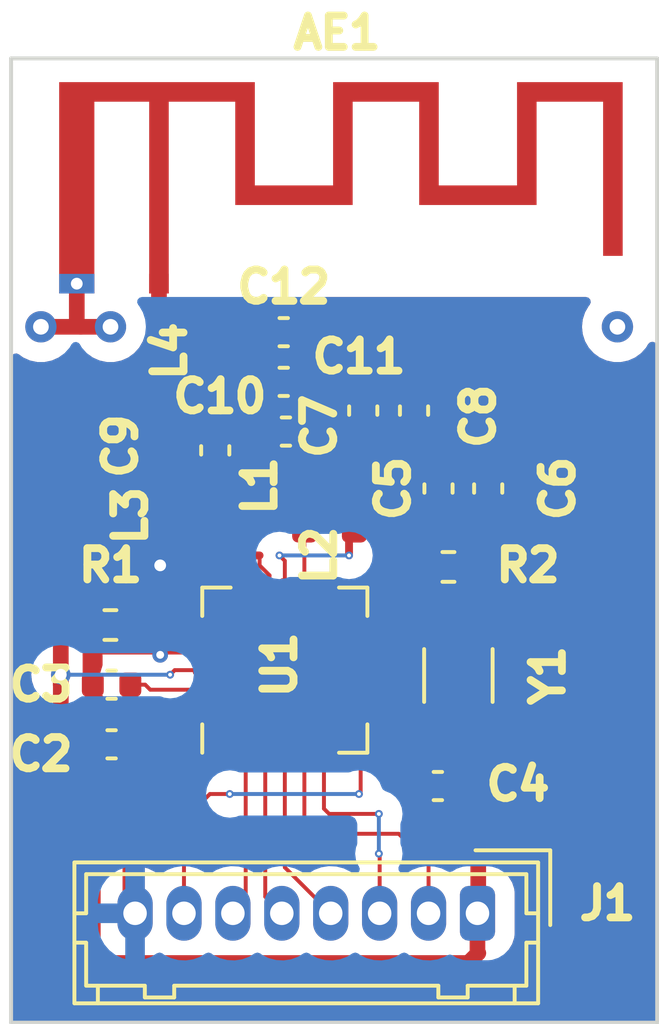
<source format=kicad_pcb>
(kicad_pcb (version 20221018) (generator pcbnew)
  (layers (0 "F.Cu" signal) (31 "B.Cu" signal) (34 "B.Paste" user) (35 "F.Paste" user) (36 "B.SilkS" user "B.Silkscreen") (37 "F.SilkS" user "F.Silkscreen") (38 "B.Mask" user) (39 "F.Mask" user) (44 "Edge.Cuts" user))
  (net 0 "")
  (net 1 "Net-(AE1-A)")
  (net 2 "VDD")
  (net 3 "GND")
  (net 4 "Net-(U1-DVDD)")
  (net 5 "Net-(U1-XC2)")
  (net 6 "Net-(C6-Pad1)")
  (net 7 "Net-(U1-VDD_PA)")
  (net 8 "Net-(C10-Pad1)")
  (net 9 "Net-(C9-Pad2)")
  (net 10 "Net-(J1-Pin_2)")
  (net 11 "Net-(J1-Pin_3)")
  (net 12 "Net-(J1-Pin_4)")
  (net 13 "Net-(J1-Pin_5)")
  (net 14 "Net-(J1-Pin_6)")
  (net 15 "Net-(J1-Pin_7)")
  (net 16 "Net-(U1-ANT1)")
  (net 17 "Net-(U1-ANT2)")
  (net 18 "Net-(U1-IREF)")
  (footprint "Resistor_SMD:R_0402_1005Metric" (layer "F.Cu") (at 124.46 100.878)
    (fp_text reference "R2" (at 2.032 -0.04) (layer "F.SilkS") (effects (font (size 0.8 0.8) (thickness 0.5))))
    (fp_text value "10M")
    (fp_line (start -0.153641 -0.38) (end 0.153641 -0.38) (stroke (width 0.1)) (layer "F.SilkS"))
    (fp_line (start -0.153641 0.38) (end 0.153641 0.38) (stroke (width 0.1)) (layer "F.SilkS"))
    (pad "1" smd roundrect (at -0.51 0) (size 0.54 0.64) (layers "F.Cu" "F.Paste" "F.Mask") (net 5 "Net-(U1-XC2)"))
    (pad "2" smd roundrect (at 0.51 0) (size 0.54 0.64) (layers "F.Cu" "F.Paste" "F.Mask") (net 6 "Net-(C6-Pad1)"))
  )
  (footprint "Capacitor_SMD:C_0402_1005Metric" (layer "F.Cu") (at 120.251 96.149)
    (fp_text reference "C11" (at 1.923 -0.645) (layer "F.SilkS") (effects (font (size 0.8 0.8) (thickness 0.5))))
    (fp_text value "1pF")
    (fp_line (start -0.107836 -0.36) (end 0.107836 -0.36) (stroke (width 0.1)) (layer "F.SilkS"))
    (fp_line (start -0.107836 0.36) (end 0.107836 0.36) (stroke (width 0.1)) (layer "F.SilkS"))
    (pad "1" smd roundrect (at -0.48 0) (size 0.56 0.62) (layers "F.Cu" "F.Paste" "F.Mask") (net 8 "Net-(C10-Pad1)"))
    (pad "2" smd roundrect (at 0.48 0) (size 0.56 0.62) (layers "F.Cu" "F.Paste" "F.Mask") (net 3 "GND"))
  )
  (footprint "Capacitor_SMD:C_0402_1005Metric" (layer "F.Cu") (at 124.206 98.874 90)
    (fp_text reference "C5" (at 0 -1.16 90) (layer "F.SilkS") (effects (font (size 0.8 0.8) (thickness 0.5))))
    (fp_text value "22p")
    (fp_line (start -0.107836 -0.36) (end 0.107836 -0.36) (stroke (width 0.1)) (layer "F.SilkS"))
    (fp_line (start -0.107836 0.36) (end 0.107836 0.36) (stroke (width 0.1)) (layer "F.SilkS"))
    (pad "1" smd roundrect (at -0.48 0 90) (size 0.56 0.62) (layers "F.Cu" "F.Paste" "F.Mask") (net 5 "Net-(U1-XC2)"))
    (pad "2" smd roundrect (at 0.48 0 90) (size 0.56 0.62) (layers "F.Cu" "F.Paste" "F.Mask") (net 3 "GND"))
  )
  (footprint "Capacitor_SMD:C_0402_1005Metric" (layer "F.Cu") (at 122.283 96.883 90)
    (fp_text reference "C7" (at -0.399 -1.125 90) (layer "F.SilkS") (effects (font (size 0.8 0.8) (thickness 0.5))))
    (fp_text value "C_Small")
    (fp_line (start -0.107836 -0.36) (end 0.107836 -0.36) (stroke (width 0.1)) (layer "F.SilkS"))
    (fp_line (start -0.107836 0.36) (end 0.107836 0.36) (stroke (width 0.1)) (layer "F.SilkS"))
    (pad "1" smd roundrect (at -0.48 0 90) (size 0.56 0.62) (layers "F.Cu" "F.Paste" "F.Mask") (net 7 "Net-(U1-VDD_PA)"))
    (pad "2" smd roundrect (at 0.48 0 90) (size 0.56 0.62) (layers "F.Cu" "F.Paste" "F.Mask") (net 3 "GND"))
  )
  (footprint "Crystal:Crystal_SMD_3215-2Pin_3.2x1.5mm" (layer "F.Cu") (at 124.714 103.652 90)
    (fp_text reference "Y1" (at 0 2.286 90) (layer "F.SilkS") (effects (font (size 0.8 0.8) (thickness 0.5))))
    (fp_text value "16MHz")
    (fp_line (start -0.675 -0.875) (end 0.675 -0.875) (stroke (width 0.1)) (layer "F.SilkS"))
    (fp_line (start -0.675 0.875) (end 0.675 0.875) (stroke (width 0.1)) (layer "F.SilkS"))
    (pad "1" smd rect (at 1.25 0 90) (size 1 1.8) (layers "F.Cu" "F.Paste" "F.Mask") (net 5 "Net-(U1-XC2)"))
    (pad "2" smd rect (at -1.25 0 90) (size 1 1.8) (layers "F.Cu" "F.Paste" "F.Mask") (net 6 "Net-(C6-Pad1)"))
  )
  (footprint "Capacitor_SMD:C_0402_1005Metric" (layer "F.Cu") (at 120.307 97.419)
    (fp_text reference "C10" (at -1.689 -0.899) (layer "F.SilkS") (effects (font (size 0.8 0.8) (thickness 0.5))))
    (fp_text value "1pF")
    (fp_line (start -0.107836 -0.36) (end 0.107836 -0.36) (stroke (width 0.1)) (layer "F.SilkS"))
    (fp_line (start -0.107836 0.36) (end 0.107836 0.36) (stroke (width 0.1)) (layer "F.SilkS"))
    (pad "1" smd roundrect (at -0.48 0) (size 0.56 0.62) (layers "F.Cu" "F.Paste" "F.Mask") (net 8 "Net-(C10-Pad1)"))
    (pad "2" smd roundrect (at 0.48 0) (size 0.56 0.62) (layers "F.Cu" "F.Paste" "F.Mask") (net 3 "GND"))
  )
  (footprint "Capacitor_SMD:C_0402_1005Metric" (layer "F.Cu") (at 125.476 98.874 90)
    (fp_text reference "C6" (at 0 1.778 90) (layer "F.SilkS") (effects (font (size 0.8 0.8) (thickness 0.5))))
    (fp_text value "22p")
    (fp_line (start -0.107836 -0.36) (end 0.107836 -0.36) (stroke (width 0.1)) (layer "F.SilkS"))
    (fp_line (start -0.107836 0.36) (end 0.107836 0.36) (stroke (width 0.1)) (layer "F.SilkS"))
    (pad "1" smd roundrect (at -0.48 0 90) (size 0.56 0.62) (layers "F.Cu" "F.Paste" "F.Mask") (net 6 "Net-(C6-Pad1)"))
    (pad "2" smd roundrect (at 0.48 0 90) (size 0.56 0.62) (layers "F.Cu" "F.Paste" "F.Mask") (net 3 "GND"))
  )
  (footprint "Inductor_SMD:L_0402_1005Metric" (layer "F.Cu") (at 120.787 99.474 90)
    (fp_text reference "L1" (at 0.668 -1.153 90) (layer "F.SilkS") (effects (font (size 0.8 0.8) (thickness 0.5))))
    (fp_text value "8.2nH")
    (pad "1" smd roundrect (at -0.485 0 90) (size 0.59 0.64) (layers "F.Cu" "F.Paste" "F.Mask") (net 16 "Net-(U1-ANT1)"))
    (pad "2" smd roundrect (at 0.485 0 90) (size 0.59 0.64) (layers "F.Cu" "F.Paste" "F.Mask") (net 17 "Net-(U1-ANT2)"))
  )
  (footprint "Capacitor_SMD:C_0402_1005Metric" (layer "F.Cu") (at 124.19 106.476)
    (fp_text reference "C4" (at 2.048 -0.05) (layer "F.SilkS") (effects (font (size 0.8 0.8) (thickness 0.5))))
    (fp_text value "1nF")
    (fp_line (start -0.107836 -0.36) (end 0.107836 -0.36) (stroke (width 0.1)) (layer "F.SilkS"))
    (fp_line (start -0.107836 0.36) (end 0.107836 0.36) (stroke (width 0.1)) (layer "F.SilkS"))
    (pad "1" smd roundrect (at -0.48 0) (size 0.56 0.62) (layers "F.Cu" "F.Paste" "F.Mask") (net 2 "VDD"))
    (pad "2" smd roundrect (at 0.48 0) (size 0.56 0.62) (layers "F.Cu" "F.Paste" "F.Mask") (net 3 "GND"))
  )
  (footprint "RF_Antenna:Texas_SWRA117D_2.4GHz_Right" (layer "F.Cu") (at 117.0625 93.64)
    (fp_text reference "AE1" (at 4.55 -6.41) (layer "F.SilkS") (effects (font (size 0.8 0.8) (thickness 0.5))))
    (fp_text value "Antenna")
    (fp_poly (pts (xy 2.45 -2.51) (xy 4.45 -2.51) (xy 4.45 -5.15) (xy 7.15 -5.15) (xy 7.15 -2.51) (xy 9.15 -2.51) (xy 9.15 -5.15) (xy 11.85 -5.15) (xy 11.85 -0.71) (xy 11.35 -0.71) (xy 11.35 -4.65) (xy 9.65 -4.65) (xy 9.65 -2.01) (xy 6.65 -2.01) (xy 6.65 -4.65) (xy 4.95 -4.65) (xy 4.95 -2.01) (xy 1.95 -2.01) (xy 1.95 -4.65) (xy 0.25 -4.65) (xy 0.25 0.25) (xy -0.25 0.25) (xy -0.25 -4.65) (xy -1.65 -4.65) (xy -1.65 0.25) (xy -2.55 0.25) (xy -2.55 0.006785) (xy -2.247583 0.006785) (xy -2.237742 0.054395) (xy -2.213674 0.096797) (xy -2.175731 0.129581) (xy -2.167819 0.133935) (xy -2.125156 0.146043) (xy -2.076637 0.1453) (xy -2.031122 0.1324) (xy -2.012511 0.121787) (xy -1.978868 0.086553) (xy -1.958309 0.041368) (xy -1.951778 -0.008158) (xy -1.960218 -0.056417) (xy -1.977112 -0.088643) (xy -2.012372 -0.121313) (xy -2.057682 -0.141408) (xy -2.107267 -0.147982) (xy -2.155353 -0.140092) (xy -2.188245 -0.123186) (xy -2.223185 -0.086416) (xy -2.242847 -0.041622) (xy -2.247583 0.006785) (xy -2.55 0.006785) (xy -2.55 -5.15) (xy 2.45 -5.15) (xy 2.45 -2.51)) (fill solid) (layer "F.Cu"))
    (pad "1" connect rect (at 0 0) (size 0.5 0.5) (layers "F.Cu") (net 1 "Net-(AE1-A)"))
    (pad "2" thru_hole rect (at -2.1 0) (size 0.9 0.5) (drill 0.3) (layers "*.Cu"))
  )
  (footprint "Inductor_SMD:L_0402_1005Metric" (layer "F.Cu") (at 118.501 95.364 90)
    (fp_text reference "L4" (at 0 -1.17 90) (layer "F.SilkS") (effects (font (size 0.8 0.8) (thickness 0.5))))
    (fp_text value "3.9nH")
    (pad "1" smd roundrect (at -0.485 0 90) (size 0.59 0.64) (layers "F.Cu" "F.Paste" "F.Mask") (net 8 "Net-(C10-Pad1)"))
    (pad "2" smd roundrect (at 0.485 0 90) (size 0.59 0.64) (layers "F.Cu" "F.Paste" "F.Mask") (net 1 "Net-(AE1-A)"))
  )
  (footprint "Capacitor_SMD:C_0402_1005Metric" (layer "F.Cu") (at 118.501 97.899 -90)
    (fp_text reference "C9" (at -0.109 2.423 90) (layer "F.SilkS") (effects (font (size 0.8 0.8) (thickness 0.5))))
    (fp_text value "1.5pF")
    (fp_line (start -0.107836 -0.36) (end 0.107836 -0.36) (stroke (width 0.1)) (layer "F.SilkS"))
    (fp_line (start -0.107836 0.36) (end 0.107836 0.36) (stroke (width 0.1)) (layer "F.SilkS"))
    (pad "1" smd roundrect (at -0.48 0 270) (size 0.56 0.62) (layers "F.Cu" "F.Paste" "F.Mask") (net 8 "Net-(C10-Pad1)"))
    (pad "2" smd roundrect (at 0.48 0 270) (size 0.56 0.62) (layers "F.Cu" "F.Paste" "F.Mask") (net 9 "Net-(C9-Pad2)"))
  )
  (footprint "Capacitor_SMD:C_0402_1005Metric" (layer "F.Cu") (at 115.852 105.41)
    (fp_text reference "C2" (at -1.806 0.254) (layer "F.SilkS") (effects (font (size 0.8 0.8) (thickness 0.5))))
    (fp_text value "10nF")
    (fp_line (start -0.107836 -0.36) (end 0.107836 -0.36) (stroke (width 0.1)) (layer "F.SilkS"))
    (fp_line (start -0.107836 0.36) (end 0.107836 0.36) (stroke (width 0.1)) (layer "F.SilkS"))
    (pad "1" smd roundrect (at -0.48 0) (size 0.56 0.62) (layers "F.Cu" "F.Paste" "F.Mask") (net 2 "VDD"))
    (pad "2" smd roundrect (at 0.48 0) (size 0.56 0.62) (layers "F.Cu" "F.Paste" "F.Mask") (net 3 "GND"))
  )
  (footprint "Inductor_SMD:L_0402_1005Metric" (layer "F.Cu") (at 122.057 99.474 90)
    (fp_text reference "L2" (at -1.11 -0.899 90) (layer "F.SilkS") (effects (font (size 0.8 0.8) (thickness 0.5))))
    (fp_text value "2.7nH")
    (pad "1" smd roundrect (at -0.485 0 90) (size 0.59 0.64) (layers "F.Cu" "F.Paste" "F.Mask") (net 17 "Net-(U1-ANT2)"))
    (pad "2" smd roundrect (at 0.485 0 90) (size 0.59 0.64) (layers "F.Cu" "F.Paste" "F.Mask") (net 7 "Net-(U1-VDD_PA)"))
  )
  (footprint "Capacitor_SMD:C_0402_1005Metric" (layer "F.Cu") (at 120.251 94.879)
    (fp_text reference "C12" (at 0 -1.16) (layer "F.SilkS") (effects (font (size 0.8 0.8) (thickness 0.5))))
    (fp_text value "1pF")
    (fp_line (start -0.107836 -0.36) (end 0.107836 -0.36) (stroke (width 0.1)) (layer "F.SilkS"))
    (fp_line (start -0.107836 0.36) (end 0.107836 0.36) (stroke (width 0.1)) (layer "F.SilkS"))
    (pad "1" smd roundrect (at -0.48 0) (size 0.56 0.62) (layers "F.Cu" "F.Paste" "F.Mask") (net 1 "Net-(AE1-A)"))
    (pad "2" smd roundrect (at 0.48 0) (size 0.56 0.62) (layers "F.Cu" "F.Paste" "F.Mask") (net 3 "GND"))
  )
  (footprint "Capacitor_SMD:C_0402_1005Metric" (layer "F.Cu") (at 123.581 96.883 90)
    (fp_text reference "C8" (at -0.145 1.641 90) (layer "F.SilkS") (effects (font (size 0.8 0.8) (thickness 0.5))))
    (fp_text value "C_Small")
    (fp_line (start -0.107836 -0.36) (end 0.107836 -0.36) (stroke (width 0.1)) (layer "F.SilkS"))
    (fp_line (start -0.107836 0.36) (end 0.107836 0.36) (stroke (width 0.1)) (layer "F.SilkS"))
    (pad "1" smd roundrect (at -0.48 0 90) (size 0.56 0.62) (layers "F.Cu" "F.Paste" "F.Mask") (net 7 "Net-(U1-VDD_PA)"))
    (pad "2" smd roundrect (at 0.48 0 90) (size 0.56 0.62) (layers "F.Cu" "F.Paste" "F.Mask") (net 3 "GND"))
  )
  (footprint "Inductor_SMD:L_0402_1005Metric" (layer "F.Cu") (at 118.986 99.705 180)
    (fp_text reference "L3" (at 2.654 0.137 90) (layer "F.SilkS") (effects (font (size 0.8 0.8) (thickness 0.5))))
    (fp_text value "3.9nH")
    (pad "1" smd roundrect (at -0.485 0 180) (size 0.59 0.64) (layers "F.Cu" "F.Paste" "F.Mask") (net 16 "Net-(U1-ANT1)"))
    (pad "2" smd roundrect (at 0.485 0 180) (size 0.59 0.64) (layers "F.Cu" "F.Paste" "F.Mask") (net 9 "Net-(C9-Pad2)"))
  )
  (footprint "Package_DFN_QFN:QFN-20-1EP_4x4mm_P0.5mm_EP2.5x2.5mm" (layer "F.Cu") (at 120.279 103.515 90)
    (fp_text reference "U1" (at 0.137 -0.137 90) (layer "F.SilkS") (effects (font (size 0.8 0.8) (thickness 0.5))))
    (fp_text value "NRF24L01")
    (fp_line (start -2.11 2.11) (end -2.11 1.385) (stroke (width 0.1)) (layer "F.SilkS"))
    (fp_line (start -1.385 -2.11) (end -2.11 -2.11) (stroke (width 0.1)) (layer "F.SilkS"))
    (fp_line (start -1.385 2.11) (end -2.11 2.11) (stroke (width 0.1)) (layer "F.SilkS"))
    (fp_line (start 1.385 -2.11) (end 2.11 -2.11) (stroke (width 0.1)) (layer "F.SilkS"))
    (fp_line (start 1.385 2.11) (end 2.11 2.11) (stroke (width 0.1)) (layer "F.SilkS"))
    (fp_line (start 2.11 -2.11) (end 2.11 -1.385) (stroke (width 0.1)) (layer "F.SilkS"))
    (fp_line (start 2.11 2.11) (end 2.11 1.385) (stroke (width 0.1)) (layer "F.SilkS"))
    (pad "1" smd roundrect (at -1.9375 -1 90) (size 0.825 0.25) (layers "F.Cu" "F.Paste" "F.Mask") (net 14 "Net-(J1-Pin_6)"))
    (pad "2" smd roundrect (at -1.9375 -0.5 90) (size 0.825 0.25) (layers "F.Cu" "F.Paste" "F.Mask") (net 13 "Net-(J1-Pin_5)"))
    (pad "3" smd roundrect (at -1.9375 0 90) (size 0.825 0.25) (layers "F.Cu" "F.Paste" "F.Mask") (net 12 "Net-(J1-Pin_4)"))
    (pad "4" smd roundrect (at -1.9375 0.5 90) (size 0.825 0.25) (layers "F.Cu" "F.Paste" "F.Mask") (net 10 "Net-(J1-Pin_2)"))
    (pad "5" smd roundrect (at -1.9375 1 90) (size 0.825 0.25) (layers "F.Cu" "F.Paste" "F.Mask") (net 11 "Net-(J1-Pin_3)"))
    (pad "6" smd roundrect (at -1 1.9375 90) (size 0.25 0.825) (layers "F.Cu" "F.Paste" "F.Mask") (net 15 "Net-(J1-Pin_7)"))
    (pad "7" smd roundrect (at -0.5 1.9375 90) (size 0.25 0.825) (layers "F.Cu" "F.Paste" "F.Mask") (net 2 "VDD"))
    (pad "8" smd roundrect (at 0 1.9375 90) (size 0.25 0.825) (layers "F.Cu" "F.Paste" "F.Mask") (net 3 "GND"))
    (pad "9" smd roundrect (at 0.5 1.9375 90) (size 0.25 0.825) (layers "F.Cu" "F.Paste" "F.Mask") (net 5 "Net-(U1-XC2)"))
    (pad "10" smd roundrect (at 1 1.9375 90) (size 0.25 0.825) (layers "F.Cu" "F.Paste" "F.Mask"))
    (pad "11" smd roundrect (at 1.9375 1 90) (size 0.825 0.25) (layers "F.Cu" "F.Paste" "F.Mask") (net 7 "Net-(U1-VDD_PA)"))
    (pad "12" smd roundrect (at 1.9375 0.5 90) (size 0.825 0.25) (layers "F.Cu" "F.Paste" "F.Mask") (net 16 "Net-(U1-ANT1)"))
    (pad "13" smd roundrect (at 1.9375 0 90) (size 0.825 0.25) (layers "F.Cu" "F.Paste" "F.Mask") (net 17 "Net-(U1-ANT2)"))
    (pad "14" smd roundrect (at 1.9375 -0.5 90) (size 0.825 0.25) (layers "F.Cu" "F.Paste" "F.Mask") (net 3 "GND"))
    (pad "15" smd roundrect (at 1.9375 -1 90) (size 0.825 0.25) (layers "F.Cu" "F.Paste" "F.Mask") (net 2 "VDD"))
    (pad "16" smd roundrect (at 1 -1.9375 90) (size 0.25 0.825) (layers "F.Cu" "F.Paste" "F.Mask") (net 18 "Net-(U1-IREF)"))
    (pad "17" smd roundrect (at 0.5 -1.9375 90) (size 0.25 0.825) (layers "F.Cu" "F.Paste" "F.Mask") (net 3 "GND"))
    (pad "18" smd roundrect (at 0 -1.9375 90) (size 0.25 0.825) (layers "F.Cu" "F.Paste" "F.Mask") (net 2 "VDD"))
    (pad "19" smd roundrect (at -0.5 -1.9375 90) (size 0.25 0.825) (layers "F.Cu" "F.Paste" "F.Mask") (net 4 "Net-(U1-DVDD)"))
    (pad "20" smd roundrect (at -1 -1.9375 90) (size 0.25 0.825) (layers "F.Cu" "F.Paste" "F.Mask") (net 3 "GND"))
    (pad "21" smd rect (at 0 0 90) (size 2.5 2.5) (layers "F.Cu" "F.Mask"))
  )
  (footprint "Capacitor_SMD:C_0402_1005Metric" (layer "F.Cu") (at 115.852 103.886 180)
    (fp_text reference "C3" (at 1.806 0) (layer "F.SilkS") (effects (font (size 0.8 0.8) (thickness 0.5))))
    (fp_text value "33nF")
    (fp_line (start -0.107836 -0.36) (end 0.107836 -0.36) (stroke (width 0.1)) (layer "F.SilkS"))
    (fp_line (start -0.107836 0.36) (end 0.107836 0.36) (stroke (width 0.1)) (layer "F.SilkS"))
    (pad "1" smd roundrect (at -0.48 0 180) (size 0.56 0.62) (layers "F.Cu" "F.Paste" "F.Mask") (net 4 "Net-(U1-DVDD)"))
    (pad "2" smd roundrect (at 0.48 0 180) (size 0.56 0.62) (layers "F.Cu" "F.Paste" "F.Mask") (net 3 "GND"))
  )
  (footprint "Resistor_SMD:R_0402_1005Metric" (layer "F.Cu") (at 115.822 102.362 180)
    (fp_text reference "R1" (at -0.002 1.524) (layer "F.SilkS") (effects (font (size 0.8 0.8) (thickness 0.5))))
    (fp_text value "22k")
    (fp_line (start -0.153641 -0.38) (end 0.153641 -0.38) (stroke (width 0.1)) (layer "F.SilkS"))
    (fp_line (start -0.153641 0.38) (end 0.153641 0.38) (stroke (width 0.1)) (layer "F.SilkS"))
    (pad "1" smd roundrect (at -0.51 0 180) (size 0.54 0.64) (layers "F.Cu" "F.Paste" "F.Mask") (net 18 "Net-(U1-IREF)"))
    (pad "2" smd roundrect (at 0.51 0 180) (size 0.54 0.64) (layers "F.Cu" "F.Paste" "F.Mask") (net 3 "GND"))
  )
  (footprint "Connector_Hirose:Hirose_DF13-08P-1.25DSA_1x08_P1.25mm_Vertical" (layer "F.Cu") (at 125.202 109.728 180)
    (fp_text reference "J1" (at -3.322 0.254) (layer "F.SilkS") (effects (font (size 0.8 0.8) (thickness 0.5))))
    (fp_text value "Conn_01x08_Pin")
    (fp_line (start -1.86 -0.3) (end -1.86 1.61) (stroke (width 0.1)) (layer "F.SilkS"))
    (fp_line (start -1.86 1.61) (end 0.05 1.61) (stroke (width 0.1)) (layer "F.SilkS"))
    (fp_line (start -1.55 -2.3) (end -1.55 1.3) (stroke (width 0.1)) (layer "F.SilkS"))
    (fp_line (start -1.55 -0.75) (end -1.25 -0.75) (stroke (width 0.1)) (layer "F.SilkS"))
    (fp_line (start -1.55 0) (end -1.25 0) (stroke (width 0.1)) (layer "F.SilkS"))
    (fp_line (start -1.55 1.3) (end 10.3 1.3) (stroke (width 0.1)) (layer "F.SilkS"))
    (fp_line (start -1.25 -1.85) (end -0.95 -1.85) (stroke (width 0.1)) (layer "F.SilkS"))
    (fp_line (start -1.25 -0.75) (end -1.25 -1.85) (stroke (width 0.1)) (layer "F.SilkS"))
    (fp_line (start -1.25 0) (end -1.25 1) (stroke (width 0.1)) (layer "F.SilkS"))
    (fp_line (start -1.25 1) (end 10 1) (stroke (width 0.1)) (layer "F.SilkS"))
    (fp_line (start -0.95 -1.85) (end -0.95 -2.3) (stroke (width 0.1)) (layer "F.SilkS"))
    (fp_line (start -0.95 -1.85) (end 0.25 -1.85) (stroke (width 0.1)) (layer "F.SilkS"))
    (fp_line (start 0.25 -2.15) (end 1 -2.15) (stroke (width 0.1)) (layer "F.SilkS"))
    (fp_line (start 0.25 -1.85) (end 0.25 -2.15) (stroke (width 0.1)) (layer "F.SilkS"))
    (fp_line (start 1 -2.15) (end 1 -1.85) (stroke (width 0.1)) (layer "F.SilkS"))
    (fp_line (start 1 -1.85) (end 7.75 -1.85) (stroke (width 0.1)) (layer "F.SilkS"))
    (fp_line (start 7.75 -2.15) (end 8.5 -2.15) (stroke (width 0.1)) (layer "F.SilkS"))
    (fp_line (start 7.75 -1.85) (end 7.75 -2.15) (stroke (width 0.1)) (layer "F.SilkS"))
    (fp_line (start 8.5 -2.15) (end 8.5 -1.85) (stroke (width 0.1)) (layer "F.SilkS"))
    (fp_line (start 8.5 -1.85) (end 9.7 -1.85) (stroke (width 0.1)) (layer "F.SilkS"))
    (fp_line (start 9.7 -1.85) (end 9.7 -2.3) (stroke (width 0.1)) (layer "F.SilkS"))
    (fp_line (start 10 -1.85) (end 9.7 -1.85) (stroke (width 0.1)) (layer "F.SilkS"))
    (fp_line (start 10 -0.75) (end 10 -1.85) (stroke (width 0.1)) (layer "F.SilkS"))
    (fp_line (start 10 0) (end 10.3 0) (stroke (width 0.1)) (layer "F.SilkS"))
    (fp_line (start 10 1) (end 10 0) (stroke (width 0.1)) (layer "F.SilkS"))
    (fp_line (start 10.3 -2.3) (end -1.55 -2.3) (stroke (width 0.1)) (layer "F.SilkS"))
    (fp_line (start 10.3 -0.75) (end 10 -0.75) (stroke (width 0.1)) (layer "F.SilkS"))
    (fp_line (start 10.3 1.3) (end 10.3 -2.3) (stroke (width 0.1)) (layer "F.SilkS"))
    (pad "1" thru_hole roundrect (at 0 0 180) (size 0.9 1.4) (drill 0.6) (layers "*.Cu" "*.Mask") (net 2 "VDD"))
    (pad "2" thru_hole oval (at 1.25 0 180) (size 0.9 1.4) (drill 0.6) (layers "*.Cu" "*.Mask") (net 10 "Net-(J1-Pin_2)"))
    (pad "3" thru_hole oval (at 2.5 0 180) (size 0.9 1.4) (drill 0.6) (layers "*.Cu" "*.Mask") (net 11 "Net-(J1-Pin_3)"))
    (pad "4" thru_hole oval (at 3.75 0 180) (size 0.9 1.4) (drill 0.6) (layers "*.Cu" "*.Mask") (net 12 "Net-(J1-Pin_4)"))
    (pad "5" thru_hole oval (at 5 0 180) (size 0.9 1.4) (drill 0.6) (layers "*.Cu" "*.Mask") (net 13 "Net-(J1-Pin_5)"))
    (pad "6" thru_hole oval (at 6.25 0 180) (size 0.9 1.4) (drill 0.6) (layers "*.Cu" "*.Mask") (net 14 "Net-(J1-Pin_6)"))
    (pad "7" thru_hole oval (at 7.5 0 180) (size 0.9 1.4) (drill 0.6) (layers "*.Cu" "*.Mask") (net 15 "Net-(J1-Pin_7)"))
    (pad "8" thru_hole oval (at 8.75 0 180) (size 0.9 1.4) (drill 0.6) (layers "*.Cu" "*.Mask") (net 3 "GND"))
  )
  (gr_line (start 113.284 112.522) (end 129.794 112.522) (stroke (width 0.1)) (layer "Edge.Cuts"))
  (gr_line (start 113.284 87.884) (end 113.284 112.522) (stroke (width 0.1)) (layer "Edge.Cuts"))
  (gr_line (start 129.794 112.522) (end 129.794 87.884) (stroke (width 0.1)) (layer "Edge.Cuts"))
  (gr_line (start 129.794 87.884) (end 113.284 87.884) (stroke (width 0.1)) (layer "Edge.Cuts"))
  (segment (start 114.046 94.742) (end 115.062 94.742) (width 0.4) (layer "F.Cu") (net 0))
  (segment (start 114.9625 93.64) (end 114.9625 94.6425) (width 0.4) (layer "F.Cu") (net 0))
  (segment (start 115.062 94.742) (end 115.824 94.742) (width 0.4) (layer "F.Cu") (net 0))
  (segment (start 114.9625 94.6425) (end 115.062 94.742) (width 0.4) (layer "F.Cu") (net 0))
  (via (at 115.824 94.742) (size 0.8) (drill 0.4) (layers "F.Cu" "B.Cu") (net 0))
  (via (at 128.778 94.742) (size 0.8) (drill 0.4) (layers "F.Cu" "B.Cu") (net 0))
  (via (at 114.046 94.742) (size 0.8) (drill 0.4) (layers "F.Cu" "B.Cu") (net 0))
  (segment (start 117.0625 93.64) (end 117.0625 94.2025) (width 0.4) (layer "F.Cu") (net 1))
  (segment (start 117.0625 94.2025) (end 117.602 94.742) (width 0.4) (layer "F.Cu") (net 1))
  (segment (start 119.634 94.742) (end 119.771 94.879) (width 0.4) (layer "F.Cu") (net 1))
  (segment (start 117.602 94.742) (end 119.634 94.742) (width 0.4) (layer "F.Cu") (net 1))
  (segment (start 123.66 106.426) (end 123.71 106.476) (width 0.1) (layer "F.Cu") (net 2))
  (segment (start 114.554 103.886) (end 114.554 101.854) (width 0.4) (layer "F.Cu") (net 2))
  (segment (start 114.554 101.854) (end 114.808 101.6) (width 0.4) (layer "F.Cu") (net 2))
  (segment (start 115.824 110.998) (end 124.968 110.998) (width 0.4) (layer "F.Cu") (net 2))
  (segment (start 122.936 104.14) (end 122.936 106.426) (width 0.1) (layer "F.Cu") (net 2))
  (segment (start 125.222 110.744) (end 125.202 110.724) (width 0.4) (layer "F.Cu") (net 2))
  (segment (start 114.554 103.886) (end 114.554 103.632) (width 0.4) (layer "F.Cu") (net 2))
  (segment (start 124.206 107.696) (end 123.698 107.188) (width 0.4) (layer "F.Cu") (net 2))
  (segment (start 122.2165 104.015) (end 122.811 104.015) (width 0.1) (layer "F.Cu") (net 2))
  (segment (start 122.811 104.015) (end 122.936 104.14) (width 0.1) (layer "F.Cu") (net 2))
  (segment (start 119.2315 101.6) (end 119.254 101.5775) (width 0.4) (layer "F.Cu") (net 2))
  (segment (start 123.71 107.176) (end 123.71 106.476) (width 0.4) (layer "F.Cu") (net 2))
  (segment (start 124.968 110.998) (end 125.222 110.744) (width 0.4) (layer "F.Cu") (net 2))
  (segment (start 123.698 107.188) (end 123.71 107.176) (width 0.4) (layer "F.Cu") (net 2))
  (segment (start 114.554 104.648) (end 114.554 103.886) (width 0.4) (layer "F.Cu") (net 2))
  (segment (start 125.202 109.728) (end 125.222 109.708) (width 0.4) (layer "F.Cu") (net 2))
  (segment (start 118.3415 103.515) (end 117.465 103.515) (width 0.1) (layer "F.Cu") (net 2))
  (segment (start 117.465 103.515) (end 117.348 103.632) (width 0.1) (layer "F.Cu") (net 2))
  (segment (start 125.202 110.724) (end 125.202 109.728) (width 0.4) (layer "F.Cu") (net 2))
  (segment (start 115.316 105.41) (end 114.554 104.648) (width 0.4) (layer "F.Cu") (net 2))
  (segment (start 125.222 107.696) (end 124.206 107.696) (width 0.4) (layer "F.Cu") (net 2))
  (segment (start 115.372 105.41) (end 115.372 110.546) (width 0.4) (layer "F.Cu") (net 2))
  (segment (start 122.936 106.426) (end 123.66 106.426) (width 0.1) (layer "F.Cu") (net 2))
  (segment (start 114.808 101.6) (end 119.2315 101.6) (width 0.4) (layer "F.Cu") (net 2))
  (segment (start 115.372 105.41) (end 115.316 105.41) (width 0.4) (layer "F.Cu") (net 2))
  (segment (start 115.372 110.546) (end 115.824 110.998) (width 0.4) (layer "F.Cu") (net 2))
  (segment (start 125.222 109.708) (end 125.222 107.696) (width 0.4) (layer "F.Cu") (net 2))
  (via (at 117.348 103.632) (size 0.2) (drill 0.1) (layers "F.Cu" "B.Cu") (net 2))
  (via (at 114.554 103.632) (size 0.5) (drill 0.3) (layers "F.Cu" "B.Cu") (net 2))
  (segment (start 117.348 103.632) (end 114.554 103.632) (width 0.1) (layer "B.Cu") (net 2))
  (segment (start 124.46 96.52) (end 124.343 96.403) (width 0.4) (layer "F.Cu") (net 3))
  (segment (start 125.222 98.394) (end 125.572 98.394) (width 0.4) (layer "F.Cu") (net 3))
  (segment (start 116.332 105.156) (end 116.332 105.41) (width 0.4) (layer "F.Cu") (net 3))
  (segment (start 124.46 98.394) (end 125.222 98.394) (width 0.4) (layer "F.Cu") (net 3))
  (segment (start 120.731 96.149) (end 121.295 96.149) (width 0.4) (layer "F.Cu") (net 3))
  (segment (start 125.572 98.394) (end 126.746 99.568) (width 0.4) (layer "F.Cu") (net 3))
  (segment (start 115.312 103.826) (end 115.372 103.886) (width 0.4) (layer "F.Cu") (net 3))
  (segment (start 117.094 100.584) (end 117.094 100.838) (width 0.2) (layer "F.Cu") (net 3))
  (segment (start 117.203 103.015) (end 117.094 103.124) (width 0.2) (layer "F.Cu") (net 3))
  (segment (start 115.372 103.886) (end 115.372 104.196) (width 0.4) (layer "F.Cu") (net 3))
  (segment (start 120.731 96.774) (end 120.731 97.363) (width 0.4) (layer "F.Cu") (net 3))
  (segment (start 119.888 101.092) (end 119.634 100.838) (width 0.1) (layer "F.Cu") (net 3))
  (segment (start 116.332 105.41) (end 116.332 109.608) (width 0.4) (layer "F.Cu") (net 3))
  (segment (start 118.3415 104.54) (end 117.4715 105.41) (width 0.4) (layer "F.Cu") (net 3))
  (segment (start 126.746 105.156) (end 125.426 106.476) (width 0.4) (layer "F.Cu") (net 3))
  (segment (start 123.073 103.515) (end 123.444 103.886) (width 0.1) (layer "F.Cu") (net 3))
  (segment (start 120.731 96.774) (end 117.856 96.774) (width 0.2) (layer "F.Cu") (net 3))
  (segment (start 122.2165 103.515) (end 123.073 103.515) (width 0.1) (layer "F.Cu") (net 3))
  (segment (start 119.634 100.838) (end 119.634 100.584) (width 0.1) (layer "F.Cu") (net 3))
  (segment (start 124.206 98.394) (end 124.46 98.394) (width 0.4) (layer "F.Cu") (net 3))
  (segment (start 123.698 105.916) (end 124.11 105.916) (width 0.1) (layer "F.Cu") (net 3))
  (segment (start 117.9545 104.902) (end 118.3415 104.515) (width 0.2) (layer "F.Cu") (net 3))
  (segment (start 117.094 100.584) (end 119.634 100.584) (width 0.2) (layer "F.Cu") (net 3))
  (segment (start 115.421 103.015) (end 115.312 103.124) (width 0.2) (layer "F.Cu") (net 3))
  (segment (start 117.094 103.124) (end 116.985 103.015) (width 0.2) (layer "F.Cu") (net 3))
  (segment (start 120.731 94.879) (end 120.731 96.774) (width 0.4) (layer "F.Cu") (net 3))
  (segment (start 115.312 103.124) (end 115.312 103.826) (width 0.4) (layer "F.Cu") (net 3))
  (segment (start 119.888 101.4685) (end 119.888 101.092) (width 0.1) (layer "F.Cu") (net 3))
  (segment (start 117.094 97.536) (end 117.094 100.584) (width 0.2) (layer "F.Cu") (net 3))
  (segment (start 115.372 104.196) (end 116.332 105.156) (width 0.4) (layer "F.Cu") (net 3))
  (segment (start 124.46 98.394) (end 124.46 96.52) (width 0.4) (layer "F.Cu") (net 3))
  (segment (start 126.746 99.568) (end 126.746 105.156) (width 0.4) (layer "F.Cu") (net 3))
  (segment (start 117.856 96.774) (end 117.094 97.536) (width 0.2) (layer "F.Cu") (net 3))
  (segment (start 121.295 96.149) (end 121.549 96.403) (width 0.4) (layer "F.Cu") (net 3))
  (segment (start 124.11 105.916) (end 124.67 106.476) (width 0.1) (layer "F.Cu") (net 3))
  (segment (start 115.312 102.362) (end 115.312 103.124) (width 0.4) (layer "F.Cu") (net 3))
  (segment (start 123.444 105.662) (end 123.698 105.916) (width 0.1) (layer "F.Cu") (net 3))
  (segment (start 124.343 96.403) (end 123.581 96.403) (width 0.4) (layer "F.Cu") (net 3))
  (segment (start 119.779 101.5775) (end 119.888 101.4685) (width 0.1) (layer "F.Cu") (net 3))
  (segment (start 120.731 97.363) (end 120.787 97.419) (width 0.4) (layer "F.Cu") (net 3))
  (segment (start 116.985 103.015) (end 115.421 103.015) (width 0.2) (layer "F.Cu") (net 3))
  (segment (start 123.444 103.886) (end 123.444 105.662) (width 0.1) (layer "F.Cu") (net 3))
  (segment (start 118.3415 103.015) (end 117.203 103.015) (width 0.2) (layer "F.Cu") (net 3))
  (segment (start 117.4715 105.41) (end 116.332 105.41) (width 0.4) (layer "F.Cu") (net 3))
  (segment (start 116.332 109.608) (end 116.452 109.728) (width 0.4) (layer "F.Cu") (net 3))
  (segment (start 121.549 96.403) (end 123.581 96.403) (width 0.4) (layer "F.Cu") (net 3))
  (segment (start 125.426 106.476) (end 124.67 106.476) (width 0.4) (layer "F.Cu") (net 3))
  (via (at 117.094 100.838) (size 0.5) (drill 0.3) (layers "F.Cu" "B.Cu") (net 3))
  (via (at 117.094 103.124) (size 0.4) (drill 0.2) (layers "F.Cu" "B.Cu") (net 3))
  (segment (start 117.094 103.124) (end 117.094 100.838) (width 0.2) (layer "B.Cu") (net 3))
  (segment (start 116.711 103.886) (end 116.332 103.886) (width 0.1) (layer "F.Cu") (net 4))
  (segment (start 116.84 104.015) (end 116.711 103.886) (width 0.1) (layer "F.Cu") (net 4))
  (segment (start 118.3415 104.015) (end 116.84 104.015) (width 0.1) (layer "F.Cu") (net 4))
  (segment (start 124.206 99.354) (end 123.95 99.61) (width 0.4) (layer "F.Cu") (net 5))
  (segment (start 123.847 103.015) (end 124.46 102.402) (width 0.1) (layer "F.Cu") (net 5))
  (segment (start 123.95 99.61) (end 123.95 100.878) (width 0.4) (layer "F.Cu") (net 5))
  (segment (start 122.2165 103.015) (end 123.847 103.015) (width 0.1) (layer "F.Cu") (net 5))
  (segment (start 123.95 100.878) (end 123.95 101.892) (width 0.4) (layer "F.Cu") (net 5))
  (segment (start 123.95 101.892) (end 124.46 102.402) (width 0.4) (layer "F.Cu") (net 5))
  (segment (start 124.97 100.878) (end 125.01 100.838) (width 0.4) (layer "F.Cu") (net 6))
  (segment (start 125.476 99.354) (end 125.476 100.372) (width 0.4) (layer "F.Cu") (net 6))
  (segment (start 125.984 101.092) (end 125.984 103.378) (width 0.4) (layer "F.Cu") (net 6))
  (segment (start 125.01 100.838) (end 125.73 100.838) (width 0.4) (layer "F.Cu") (net 6))
  (segment (start 125.476 100.372) (end 124.97 100.878) (width 0.4) (layer "F.Cu") (net 6))
  (segment (start 125.984 103.378) (end 124.46 104.902) (width 0.4) (layer "F.Cu") (net 6))
  (segment (start 125.73 100.838) (end 125.984 101.092) (width 0.4) (layer "F.Cu") (net 6))
  (segment (start 122.057 98.989) (end 122.357 98.989) (width 0.4) (layer "F.Cu") (net 7))
  (segment (start 122.057 98.989) (end 122.057 97.589) (width 0.4) (layer "F.Cu") (net 7))
  (segment (start 122.936 100.838) (end 122.1965 101.5775) (width 0.4) (layer "F.Cu") (net 7))
  (segment (start 122.357 98.989) (end 122.936 99.568) (width 0.4) (layer "F.Cu") (net 7))
  (segment (start 122.936 99.568) (end 122.936 100.838) (width 0.4) (layer "F.Cu") (net 7))
  (segment (start 122.057 97.589) (end 122.283 97.363) (width 0.4) (layer "F.Cu") (net 7))
  (segment (start 122.283 97.363) (end 123.581 97.363) (width 0.4) (layer "F.Cu") (net 7))
  (segment (start 122.1965 101.5775) (end 121.304 101.5775) (width 0.4) (layer "F.Cu") (net 7))
  (segment (start 119.471 95.849) (end 119.771 96.149) (width 0.4) (layer "F.Cu") (net 8))
  (segment (start 118.501 95.849) (end 119.471 95.849) (width 0.4) (layer "F.Cu") (net 8))
  (segment (start 118.501 97.419) (end 119.827 97.419) (width 0.4) (layer "F.Cu") (net 8))
  (segment (start 118.501 98.379) (end 118.501 99.705) (width 0.4) (layer "F.Cu") (net 9))
  (segment (start 123.19 107.696) (end 123.952 108.458) (width 0.1) (layer "F.Cu") (net 10))
  (segment (start 120.779 105.4525) (end 120.779 107.696) (width 0.1) (layer "F.Cu") (net 10))
  (segment (start 120.779 107.696) (end 123.19 107.696) (width 0.1) (layer "F.Cu") (net 10))
  (segment (start 123.952 108.458) (end 123.952 109.728) (width 0.1) (layer "F.Cu") (net 10))
  (segment (start 122.702 108.224) (end 122.682 108.204) (width 0.1) (layer "F.Cu") (net 11))
  (segment (start 121.412 107.188) (end 122.682 107.188) (width 0.1) (layer "F.Cu") (net 11))
  (segment (start 121.279 105.4525) (end 121.279 107.055) (width 0.1) (layer "F.Cu") (net 11))
  (segment (start 122.702 109.728) (end 122.702 108.224) (width 0.1) (layer "F.Cu") (net 11))
  (segment (start 121.279 107.055) (end 121.412 107.188) (width 0.1) (layer "F.Cu") (net 11))
  (via (at 122.682 107.188) (size 0.2) (drill 0.1) (layers "F.Cu" "B.Cu") (net 11))
  (via (at 122.682 108.204) (size 0.2) (drill 0.1) (layers "F.Cu" "B.Cu") (net 11))
  (segment (start 122.682 108.204) (end 122.682 107.188) (width 0.1) (layer "B.Cu") (net 11))
  (segment (start 120.279 105.4525) (end 120.279 108.555) (width 0.1) (layer "F.Cu") (net 12))
  (segment (start 120.279 108.555) (end 121.452 109.728) (width 0.1) (layer "F.Cu") (net 12))
  (segment (start 119.779 109.305) (end 120.202 109.728) (width 0.1) (layer "F.Cu") (net 13))
  (segment (start 119.779 105.4525) (end 119.779 109.305) (width 0.1) (layer "F.Cu") (net 13))
  (segment (start 119.279 109.401) (end 118.952 109.728) (width 0.1) (layer "F.Cu") (net 14))
  (segment (start 119.279 105.4525) (end 119.279 109.401) (width 0.1) (layer "F.Cu") (net 14))
  (segment (start 117.702 109.728) (end 117.702 107.342) (width 0.1) (layer "F.Cu") (net 15))
  (segment (start 122.2165 104.515) (end 122.2165 106.6375) (width 0.1) (layer "F.Cu") (net 15))
  (segment (start 117.702 107.342) (end 118.364 106.68) (width 0.1) (layer "F.Cu") (net 15))
  (segment (start 118.364 106.68) (end 118.872 106.68) (width 0.1) (layer "F.Cu") (net 15))
  (segment (start 122.2165 106.6375) (end 122.174 106.68) (width 0.1) (layer "F.Cu") (net 15))
  (via (at 122.174 106.68) (size 0.2) (drill 0.1) (layers "F.Cu" "B.Cu") (net 15))
  (via (at 118.872 106.68) (size 0.2) (drill 0.1) (layers "F.Cu" "B.Cu") (net 15))
  (segment (start 122.174 106.68) (end 118.872 106.68) (width 0.1) (layer "B.Cu") (net 15))
  (segment (start 120.779 99.967) (end 120.787 99.959) (width 0.1) (layer "F.Cu") (net 16))
  (segment (start 119.471 99.705) (end 120.533 99.705) (width 0.4) (layer "F.Cu") (net 16))
  (segment (start 120.533 99.705) (end 120.787 99.959) (width 0.4) (layer "F.Cu") (net 16))
  (segment (start 120.779 101.5775) (end 120.779 99.967) (width 0.1) (layer "F.Cu") (net 16))
  (segment (start 122.057 99.959) (end 121.92 100.096) (width 0.2) (layer "F.Cu") (net 17))
  (segment (start 121.92 100.096) (end 121.92 100.584) (width 0.2) (layer "F.Cu") (net 17))
  (segment (start 120.787 98.989) (end 121.087 98.989) (width 0.2) (layer "F.Cu") (net 17))
  (segment (start 121.087 98.989) (end 122.057 99.959) (width 0.2) (layer "F.Cu") (net 17))
  (segment (start 120.279 100.721) (end 120.142 100.584) (width 0.1) (layer "F.Cu") (net 17))
  (segment (start 120.279 101.5775) (end 120.279 100.721) (width 0.1) (layer "F.Cu") (net 17))
  (via (at 121.92 100.584) (size 0.2) (drill 0.1) (layers "F.Cu" "B.Cu") (net 17))
  (via (at 120.142 100.584) (size 0.2) (drill 0.1) (layers "F.Cu" "B.Cu") (net 17))
  (segment (start 120.142 100.584) (end 121.92 100.584) (width 0.1) (layer "B.Cu") (net 17))
  (segment (start 118.1885 102.362) (end 116.332 102.362) (width 0.2) (layer "F.Cu") (net 18))
  (segment (start 118.3415 102.515) (end 118.1885 102.362) (width 0.2) (layer "F.Cu") (net 18))
  (zone (net 3) (net_name "GND") (layer "F.Cu") (priority 1) (connect_pads (clearance 0.5)) (min_thickness 0.25) (fill yes (thermal_gap 0.5) (thermal_bridge_width 0.5))
    (polygon (pts (xy 113.284 93.98) (xy 129.794 93.98) (xy 129.794 112.522) (xy 113.284 112.522)))
  )
  (zone (net 3) (net_name "GND") (layer "B.Cu") (connect_pads (clearance 0.5)) (min_thickness 0.25) (fill yes (thermal_gap 0.5) (thermal_bridge_width 0.5))
    (polygon (pts (xy 113.284 93.98) (xy 129.794 93.98) (xy 129.794 112.522) (xy 113.284 112.522)))
  )
)
</source>
